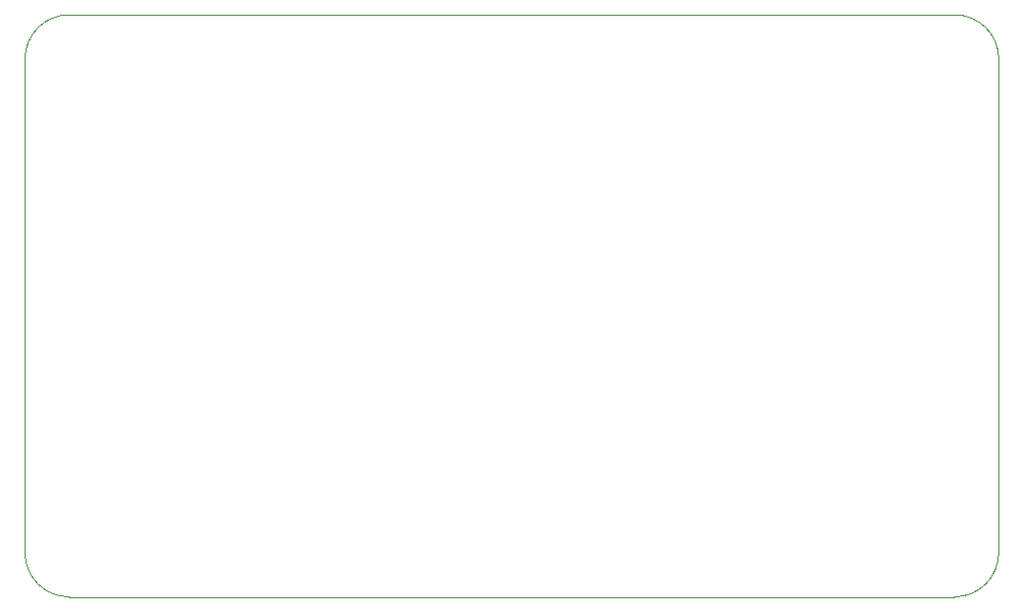
<source format=gm1>
%TF.GenerationSoftware,KiCad,Pcbnew,(6.0.4)*%
%TF.CreationDate,2023-05-16T23:09:25-04:00*%
%TF.ProjectId,PROTO_PCB,50524f54-4f5f-4504-9342-2e6b69636164,rev?*%
%TF.SameCoordinates,Original*%
%TF.FileFunction,Profile,NP*%
%FSLAX46Y46*%
G04 Gerber Fmt 4.6, Leading zero omitted, Abs format (unit mm)*
G04 Created by KiCad (PCBNEW (6.0.4)) date 2023-05-16 23:09:25*
%MOMM*%
%LPD*%
G01*
G04 APERTURE LIST*
%TA.AperFunction,Profile*%
%ADD10C,0.100000*%
%TD*%
G04 APERTURE END LIST*
D10*
X41656000Y-103505000D02*
X41656000Y-146050000D01*
X45466000Y-99695000D02*
X121666000Y-99695000D01*
X125476000Y-103505000D02*
G75*
G03*
X121666000Y-99695000I-3810000J0D01*
G01*
X45466000Y-99695000D02*
G75*
G03*
X41656000Y-103505000I0J-3810000D01*
G01*
X45466000Y-149860000D02*
X121666000Y-149860000D01*
X121666000Y-149860000D02*
G75*
G03*
X125476000Y-146050000I0J3810000D01*
G01*
X41656000Y-146050000D02*
G75*
G03*
X45466000Y-149860000I3810000J0D01*
G01*
X125476000Y-103505000D02*
X125476000Y-146050000D01*
M02*

</source>
